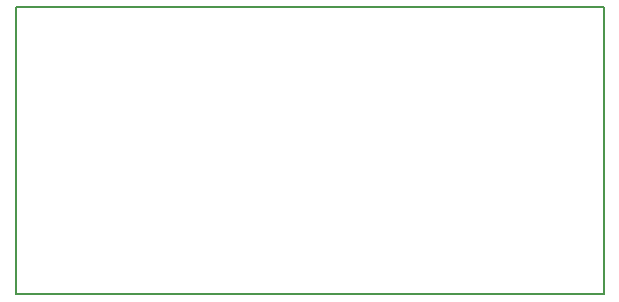
<source format=gbr>
G04 #@! TF.GenerationSoftware,KiCad,Pcbnew,(5.99.0-12936-g328d3d0d77)*
G04 #@! TF.CreationDate,2021-10-24T19:14:53+02:00*
G04 #@! TF.ProjectId,FSP-Display6S,4653502d-4469-4737-906c-617936532e6b,v1.0*
G04 #@! TF.SameCoordinates,Original*
G04 #@! TF.FileFunction,Profile,NP*
%FSLAX46Y46*%
G04 Gerber Fmt 4.6, Leading zero omitted, Abs format (unit mm)*
G04 Created by KiCad (PCBNEW (5.99.0-12936-g328d3d0d77)) date 2021-10-24 19:14:53*
%MOMM*%
%LPD*%
G01*
G04 APERTURE LIST*
G04 #@! TA.AperFunction,Profile*
%ADD10C,0.149860*%
G04 #@! TD*
G04 APERTURE END LIST*
D10*
X90932000Y-52324000D02*
X41148000Y-52324000D01*
X41148000Y-28067000D02*
X90932000Y-28067000D01*
X90932000Y-28067000D02*
X90932000Y-52324000D01*
X41148000Y-52324000D02*
X41148000Y-28067000D01*
M02*

</source>
